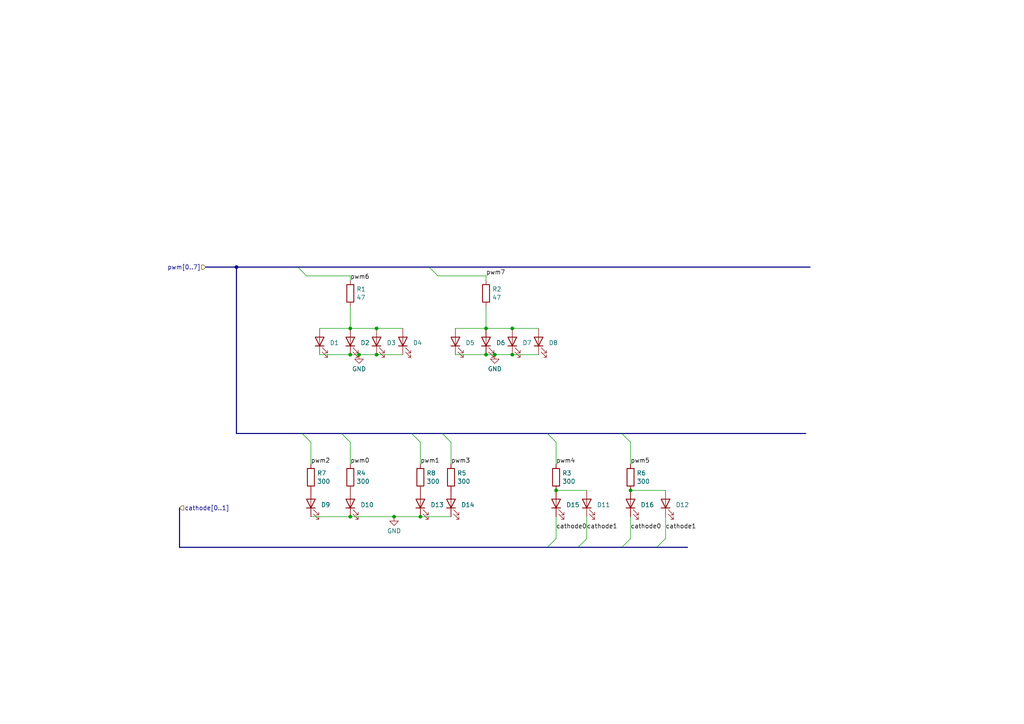
<source format=kicad_sch>
(kicad_sch (version 20231120) (generator "eeschema") (generator_version "8.0")
  (paper "A4")
  (lib_symbols
    (symbol "Device:LED" (pin_numbers hide) (pin_names (offset 1.016) hide)
      (property "Reference" "D" (at 0 2.54 0))
      (property "Value" "LED" (at 0 -2.54 0))
      (symbol "LED_0_1"
        (polyline (pts (xy -1.27 -1.27) (xy -1.27 1.27)) (stroke (width 0.254)))
        (polyline (pts (xy -1.27 0) (xy 1.27 0)))
        (polyline (pts (xy 1.27 -1.27) (xy 1.27 1.27) (xy -1.27 0) (xy 1.27 -1.27)) (stroke (width 0.254)))
        (polyline (pts (xy -3.048 -0.762) (xy -4.572 -2.286) (xy -3.81 -2.286) (xy -4.572 -2.286) (xy -4.572 -1.524)))
        (polyline (pts (xy -1.778 -0.762) (xy -3.302 -2.286) (xy -2.54 -2.286) (xy -3.302 -2.286) (xy -3.302 -1.524)))
      )
      (symbol "LED_1_1"
        (pin passive line (at -3.81 0 0) (length 2.54) (name "K") (number "1"))
        (pin passive line (at 3.81 0 180) (length 2.54) (name "A") (number "2"))
      )
    )
    (symbol "Device:R" (pin_numbers hide) (pin_names (offset 0))
      (property "Reference" "R" (at 2.032 0 90))
      (property "Value" "R" (at 0 0 90))
      (symbol "R_0_1"
        (rectangle (start -1.016 -2.54) (end 1.016 2.54) (stroke (width 0.254)))
      )
      (symbol "R_1_1"
        (pin passive line (at 0 3.81 270) (length 1.27) (name "~") (number "1"))
        (pin passive line (at 0 -3.81 90) (length 1.27) (name "~") (number "2"))
      )
    )
    (symbol "power:GND" (power) (pin_numbers hide) (pin_names (offset 0) hide)
      (property "Value" "GND" (at 0 -3.81 0))
      (symbol "GND_0_1"
        (polyline (pts (xy 0 0) (xy 0 -1.27) (xy 1.27 -1.27) (xy 0 -2.54) (xy -1.27 -1.27) (xy 0 -1.27)))
      )
      (symbol "GND_1_1"
        (pin power_in line (at 0 0 270) (length 0) (name "~") (number "1"))
      )
    )
  )
  (junction (at 121.92 149.86))
  (junction (at 101.6 95.25))
  (junction (at 68.58 77.47))
  (junction (at 109.22 95.25))
  (junction (at 148.59 95.25))
  (junction (at 161.29 142.24))
  (junction (at 101.6 102.87))
  (junction (at 148.59 102.87))
  (junction (at 140.97 95.25))
  (junction (at 140.97 102.87))
  (junction (at 143.51 102.87))
  (junction (at 101.6 149.86))
  (junction (at 109.22 102.87))
  (junction (at 114.3 149.86))
  (junction (at 104.14 102.87))
  (junction (at 182.88 142.24))
  (bus_entry (at 158.75 125.73) (size 2.54 2.54))
  (bus_entry (at 128.27 125.73) (size 2.54 2.54))
  (bus_entry (at 99.06 125.73) (size 2.54 2.54))
  (bus_entry (at 190.5 158.75) (size 2.54 -2.54))
  (bus_entry (at 180.34 125.73) (size 2.54 2.54))
  (bus_entry (at 119.38 125.73) (size 2.54 2.54))
  (bus_entry (at 158.75 158.75) (size 2.54 -2.54))
  (bus_entry (at 86.36 77.47) (size 2.54 2.54))
  (bus_entry (at 87.63 125.73) (size 2.54 2.54))
  (bus_entry (at 124.46 77.47) (size 2.54 2.54))
  (bus_entry (at 167.64 158.75) (size 2.54 -2.54))
  (bus_entry (at 180.34 158.75) (size 2.54 -2.54))
  (wire (pts (xy 88.9 80.01) (xy 101.6 80.01)))
  (wire (pts (xy 132.08 95.25) (xy 140.97 95.25)))
  (wire (pts (xy 90.17 149.86) (xy 101.6 149.86)))
  (wire (pts (xy 193.04 149.86) (xy 193.04 156.21)))
  (wire (pts (xy 104.14 102.87) (xy 109.22 102.87)))
  (bus (pts (xy 158.75 125.73) (xy 180.34 125.73)))
  (bus (pts (xy 180.34 125.73) (xy 233.68 125.73)))
  (wire (pts (xy 121.92 128.27) (xy 121.92 134.62)))
  (bus (pts (xy 68.58 125.73) (xy 87.63 125.73)))
  (wire (pts (xy 109.22 102.87) (xy 116.84 102.87)))
  (bus (pts (xy 59.69 77.47) (xy 68.58 77.47)))
  (bus (pts (xy 124.46 77.47) (xy 234.95 77.47)))
  (bus (pts (xy 52.07 147.32) (xy 52.07 158.75)))
  (bus (pts (xy 190.5 158.75) (xy 199.39 158.75)))
  (wire (pts (xy 140.97 88.9) (xy 140.97 95.25)))
  (wire (pts (xy 170.18 149.86) (xy 170.18 156.21)))
  (wire (pts (xy 182.88 142.24) (xy 193.04 142.24)))
  (wire (pts (xy 92.71 95.25) (xy 101.6 95.25)))
  (bus (pts (xy 99.06 125.73) (xy 119.38 125.73)))
  (wire (pts (xy 121.92 149.86) (xy 130.81 149.86)))
  (wire (pts (xy 114.3 149.86) (xy 121.92 149.86)))
  (wire (pts (xy 161.29 149.86) (xy 161.29 156.21)))
  (bus (pts (xy 52.07 158.75) (xy 158.75 158.75)))
  (bus (pts (xy 119.38 125.73) (xy 128.27 125.73)))
  (bus (pts (xy 68.58 77.47) (xy 86.36 77.47)))
  (bus (pts (xy 158.75 158.75) (xy 167.64 158.75)))
  (wire (pts (xy 109.22 95.25) (xy 116.84 95.25)))
  (wire (pts (xy 101.6 149.86) (xy 114.3 149.86)))
  (wire (pts (xy 101.6 95.25) (xy 109.22 95.25)))
  (wire (pts (xy 130.81 128.27) (xy 130.81 134.62)))
  (bus (pts (xy 68.58 77.47) (xy 68.58 125.73)))
  (wire (pts (xy 148.59 102.87) (xy 156.21 102.87)))
  (wire (pts (xy 101.6 80.01) (xy 101.6 81.28)))
  (wire (pts (xy 101.6 102.87) (xy 104.14 102.87)))
  (wire (pts (xy 90.17 128.27) (xy 90.17 134.62)))
  (wire (pts (xy 143.51 102.87) (xy 148.59 102.87)))
  (wire (pts (xy 92.71 102.87) (xy 101.6 102.87)))
  (wire (pts (xy 161.29 128.27) (xy 161.29 134.62)))
  (wire (pts (xy 140.97 102.87) (xy 143.51 102.87)))
  (bus (pts (xy 87.63 125.73) (xy 99.06 125.73)))
  (wire (pts (xy 140.97 80.01) (xy 140.97 81.28)))
  (wire (pts (xy 182.88 149.86) (xy 182.88 156.21)))
  (bus (pts (xy 167.64 158.75) (xy 180.34 158.75)))
  (wire (pts (xy 148.59 95.25) (xy 156.21 95.25)))
  (bus (pts (xy 128.27 125.73) (xy 158.75 125.73)))
  (wire (pts (xy 101.6 128.27) (xy 101.6 134.62)))
  (wire (pts (xy 132.08 102.87) (xy 140.97 102.87)))
  (wire (pts (xy 182.88 128.27) (xy 182.88 134.62)))
  (bus (pts (xy 180.34 158.75) (xy 190.5 158.75)))
  (wire (pts (xy 127 80.01) (xy 140.97 80.01)))
  (wire (pts (xy 140.97 95.25) (xy 148.59 95.25)))
  (wire (pts (xy 101.6 88.9) (xy 101.6 95.25)))
  (wire (pts (xy 161.29 142.24) (xy 170.18 142.24)))
  (bus (pts (xy 86.36 77.47) (xy 124.46 77.47)))
  (label "cathode0" (at 161.29 153.67 0))
  (label "pwm5" (at 182.88 134.62 0))
  (label "cathode1" (at 193.04 153.67 0))
  (label "pwm1" (at 121.92 134.62 0))
  (label "pwm4" (at 161.29 134.62 0))
  (label "pwm0" (at 101.6 134.62 0))
  (label "pwm7" (at 140.97 80.01 0))
  (label "pwm6" (at 101.6 81.28 0))
  (label "pwm2" (at 90.17 134.62 0))
  (label "cathode1" (at 170.18 153.67 0))
  (label "cathode0" (at 182.88 153.67 0))
  (label "pwm3" (at 130.81 134.62 0))
  (hierarchical_label "cathode[0..1]" (shape input) (at 52.07 147.32 0))
  (hierarchical_label "pwm[0..7]" (shape input) (at 59.69 77.47 180))
  (symbol (lib_id "Device:LED") (at 130.81 146.05 90) (unit 1)
    (property "Reference" "D14" (at 133.731 146.4253 90) (effects (justify right)))
    (property "Value" "SMLD12E3N1WT86" (effects (hide yes)))
    (property "Footprint" "LED_SMD:LED_0603_1608Metric_Pad1.05x0.95mm_HandSolder" (effects (hide yes)))
    (property "Description" "496nm LED" (effects (hide yes)))
  )
  (symbol (lib_id "Device:R") (at 182.88 138.43 0) (unit 1)
    (property "Reference" "R6" (at 184.658 137.2178 0) (effects (justify left)))
    (property "Value" "300" (at 184.658 139.6421 0) (effects (justify left)))
    (property "Footprint" "Resistor_SMD:R_0603_1608Metric_Pad0.98x0.95mm_HandSolder" (effects (hide yes)))
    (property "Description" "Resistor" (effects (hide yes)))
  )
  (symbol (lib_id "Device:LED") (at 140.97 99.06 90) (unit 1)
    (property "Reference" "D6" (at 143.891 99.4353 90) (effects (justify right)))
    (property "Value" "LTST-C190KFKT" (effects (hide yes)))
    (property "Footprint" "LED_SMD:LED_0603_1608Metric_Pad1.05x0.95mm_HandSolder" (effects (hide yes)))
    (property "Description" "605nm LED" (effects (hide yes)))
  )
  (symbol (lib_id "Device:LED") (at 182.88 146.05 90) (unit 1)
    (property "Reference" "D16" (at 185.801 146.4253 90) (effects (justify right)))
    (property "Value" "SMLD12E2N1WT86" (effects (hide yes)))
    (property "Footprint" "LED_SMD:LED_0603_1608Metric_Pad1.05x0.95mm_HandSolder" (effects (hide yes)))
    (property "Description" "505nm LED" (effects (hide yes)))
  )
  (symbol (lib_id "Device:LED") (at 148.59 99.06 90) (unit 1)
    (property "Reference" "D7" (at 151.511 99.4353 90) (effects (justify right)))
    (property "Value" "LTST-C190KFKT" (effects (hide yes)))
    (property "Footprint" "LED_SMD:LED_0603_1608Metric_Pad1.05x0.95mm_HandSolder" (effects (hide yes)))
    (property "Description" "605nm LED" (effects (hide yes)))
  )
  (symbol (lib_id "Device:R") (at 101.6 85.09 0) (unit 1)
    (property "Reference" "R1" (at 103.378 83.8778 0) (effects (justify left)))
    (property "Value" "47" (at 103.378 86.3021 0) (effects (justify left)))
    (property "Footprint" "Resistor_SMD:R_0603_1608Metric_Pad0.98x0.95mm_HandSolder" (effects (hide yes)))
    (property "Description" "Resistor" (effects (hide yes)))
  )
  (symbol (lib_id "Device:R") (at 90.17 138.43 0) (unit 1)
    (property "Reference" "R7" (at 91.948 137.2178 0) (effects (justify left)))
    (property "Value" "300" (at 91.948 139.6421 0) (effects (justify left)))
    (property "Footprint" "Resistor_SMD:R_0603_1608Metric_Pad0.98x0.95mm_HandSolder" (effects (hide yes)))
    (property "Description" "Resistor" (effects (hide yes)))
  )
  (symbol (lib_id "Device:R") (at 101.6 138.43 0) (unit 1)
    (property "Reference" "R4" (at 103.378 137.2178 0) (effects (justify left)))
    (property "Value" "300" (at 103.378 139.6421 0) (effects (justify left)))
    (property "Footprint" "Resistor_SMD:R_0603_1608Metric_Pad0.98x0.95mm_HandSolder" (effects (hide yes)))
    (property "Description" "Resistor" (effects (hide yes)))
  )
  (symbol (lib_id "Device:LED") (at 132.08 99.06 90) (unit 1)
    (property "Reference" "D5" (at 135.001 99.4353 90) (effects (justify right)))
    (property "Value" "LTST-C190KFKT" (effects (hide yes)))
    (property "Footprint" "LED_SMD:LED_0603_1608Metric_Pad1.05x0.95mm_HandSolder" (effects (hide yes)))
    (property "Description" "605nm LED" (effects (hide yes)))
  )
  (symbol (lib_id "power:GND") (at 104.14 102.87 0) (unit 1)
    (property "Reference" "#PWR013" (effects (hide yes)))
    (property "Value" "GND" (at 104.14 107.0031 0))
    (property "Description" "Power symbol creates a global label with name \"GND\" , ground" (effects (hide yes)))
  )
  (symbol (lib_id "Device:R") (at 121.92 138.43 0) (unit 1)
    (property "Reference" "R8" (at 123.698 137.2178 0) (effects (justify left)))
    (property "Value" "300" (at 123.698 139.6421 0) (effects (justify left)))
    (property "Footprint" "Resistor_SMD:R_0603_1608Metric_Pad0.98x0.95mm_HandSolder" (effects (hide yes)))
    (property "Description" "Resistor" (effects (hide yes)))
  )
  (symbol (lib_id "Device:LED") (at 116.84 99.06 90) (unit 1)
    (property "Reference" "D4" (at 119.761 99.4353 90) (effects (justify right)))
    (property "Value" "LTST-C190KFKT" (effects (hide yes)))
    (property "Footprint" "LED_SMD:LED_0603_1608Metric_Pad1.05x0.95mm_HandSolder" (effects (hide yes)))
    (property "Description" "605nm LED" (effects (hide yes)))
  )
  (symbol (lib_id "Device:LED") (at 121.92 146.05 90) (unit 1)
    (property "Reference" "D13" (at 124.841 146.4253 90) (effects (justify right)))
    (property "Value" "SMLD12E3N1WT86" (effects (hide yes)))
    (property "Footprint" "LED_SMD:LED_0603_1608Metric_Pad1.05x0.95mm_HandSolder" (effects (hide yes)))
    (property "Description" "496nm LED" (effects (hide yes)))
  )
  (symbol (lib_id "Device:LED") (at 101.6 99.06 90) (unit 1)
    (property "Reference" "D2" (at 104.521 99.4353 90) (effects (justify right)))
    (property "Value" "LTST-C190KFKT" (effects (hide yes)))
    (property "Footprint" "LED_SMD:LED_0603_1608Metric_Pad1.05x0.95mm_HandSolder" (effects (hide yes)))
    (property "Description" "605nm LED" (effects (hide yes)))
  )
  (symbol (lib_id "Device:LED") (at 170.18 146.05 90) (unit 1)
    (property "Reference" "D11" (at 173.101 146.4253 90) (effects (justify right)))
    (property "Value" "SMLD12E3N1WT86" (effects (hide yes)))
    (property "Footprint" "LED_SMD:LED_0603_1608Metric_Pad1.05x0.95mm_HandSolder" (effects (hide yes)))
    (property "Description" "496nm LED" (effects (hide yes)))
  )
  (symbol (lib_id "power:GND") (at 114.3 149.86 0) (unit 1)
    (property "Reference" "#PWR014" (effects (hide yes)))
    (property "Value" "GND" (at 114.3 153.9931 0))
    (property "Description" "Power symbol creates a global label with name \"GND\" , ground" (effects (hide yes)))
  )
  (symbol (lib_id "Device:R") (at 140.97 85.09 0) (unit 1)
    (property "Reference" "R2" (at 142.748 83.8778 0) (effects (justify left)))
    (property "Value" "47" (at 142.748 86.3021 0) (effects (justify left)))
    (property "Footprint" "Resistor_SMD:R_0603_1608Metric_Pad0.98x0.95mm_HandSolder" (effects (hide yes)))
    (property "Description" "Resistor" (effects (hide yes)))
  )
  (symbol (lib_id "Device:LED") (at 193.04 146.05 90) (unit 1)
    (property "Reference" "D12" (at 195.961 146.4253 90) (effects (justify right)))
    (property "Value" "SMLD12E3N1WT86" (effects (hide yes)))
    (property "Footprint" "LED_SMD:LED_0603_1608Metric_Pad1.05x0.95mm_HandSolder" (effects (hide yes)))
    (property "Description" "496nm LED" (effects (hide yes)))
  )
  (symbol (lib_id "Device:R") (at 161.29 138.43 0) (unit 1)
    (property "Reference" "R3" (at 163.068 137.2178 0) (effects (justify left)))
    (property "Value" "300" (at 163.068 139.6421 0) (effects (justify left)))
    (property "Footprint" "Resistor_SMD:R_0603_1608Metric_Pad0.98x0.95mm_HandSolder" (effects (hide yes)))
    (property "Description" "Resistor" (effects (hide yes)))
  )
  (symbol (lib_id "Device:LED") (at 101.6 146.05 90) (unit 1)
    (property "Reference" "D10" (at 104.521 146.4253 90) (effects (justify right)))
    (property "Value" "SMLD12E3N1WT86" (effects (hide yes)))
    (property "Footprint" "LED_SMD:LED_0603_1608Metric_Pad1.05x0.95mm_HandSolder" (effects (hide yes)))
    (property "Description" "496nm LED" (effects (hide yes)))
  )
  (symbol (lib_id "Device:LED") (at 109.22 99.06 90) (unit 1)
    (property "Reference" "D3" (at 112.141 99.4353 90) (effects (justify right)))
    (property "Value" "LTST-C190KFKT" (effects (hide yes)))
    (property "Footprint" "LED_SMD:LED_0603_1608Metric_Pad1.05x0.95mm_HandSolder" (effects (hide yes)))
    (property "Description" "605nm LED" (effects (hide yes)))
  )
  (symbol (lib_id "power:GND") (at 143.51 102.87 0) (unit 1)
    (property "Reference" "#PWR015" (effects (hide yes)))
    (property "Value" "GND" (at 143.51 107.0031 0))
    (property "Description" "Power symbol creates a global label with name \"GND\" , ground" (effects (hide yes)))
  )
  (symbol (lib_id "Device:LED") (at 156.21 99.06 90) (unit 1)
    (property "Reference" "D8" (at 159.131 99.4353 90) (effects (justify right)))
    (property "Value" "LTST-C190KFKT" (effects (hide yes)))
    (property "Footprint" "LED_SMD:LED_0603_1608Metric_Pad1.05x0.95mm_HandSolder" (effects (hide yes)))
    (property "Description" "605nm LED" (effects (hide yes)))
  )
  (symbol (lib_id "Device:LED") (at 92.71 99.06 90) (unit 1)
    (property "Reference" "D1" (at 95.631 99.4353 90) (effects (justify right)))
    (property "Value" "LTST-C190KFKT" (effects (hide yes)))
    (property "Footprint" "LED_SMD:LED_0603_1608Metric_Pad1.05x0.95mm_HandSolder" (effects (hide yes)))
    (property "Description" "605nm LED" (effects (hide yes)))
  )
  (symbol (lib_id "Device:LED") (at 90.17 146.05 90) (unit 1)
    (property "Reference" "D9" (at 93.091 146.4253 90) (effects (justify right)))
    (property "Value" "SMLD12E3N1WT86" (effects (hide yes)))
    (property "Footprint" "LED_SMD:LED_0603_1608Metric_Pad1.05x0.95mm_HandSolder" (effects (hide yes)))
    (property "Description" "496nm LED" (effects (hide yes)))
  )
  (symbol (lib_id "Device:LED") (at 161.29 146.05 90) (unit 1)
    (property "Reference" "D15" (at 164.211 146.4253 90) (effects (justify right)))
    (property "Value" "SMLD12E2N1WT86" (effects (hide yes)))
    (property "Footprint" "LED_SMD:LED_0603_1608Metric_Pad1.05x0.95mm_HandSolder" (effects (hide yes)))
    (property "Description" "505nm LED" (effects (hide yes)))
  )
  (symbol (lib_id "Device:R") (at 130.81 138.43 0) (unit 1)
    (property "Reference" "R5" (at 132.588 137.2178 0) (effects (justify left)))
    (property "Value" "300" (at 132.588 139.6421 0) (effects (justify left)))
    (property "Footprint" "Resistor_SMD:R_0603_1608Metric_Pad0.98x0.95mm_HandSolder" (effects (hide yes)))
    (property "Description" "Resistor" (effects (hide yes)))
  )
)
</source>
